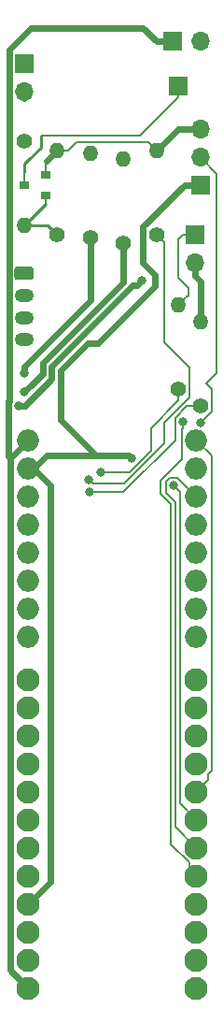
<source format=gbr>
G04 #@! TF.GenerationSoftware,KiCad,Pcbnew,5.1.2-f72e74a~84~ubuntu18.04.1*
G04 #@! TF.CreationDate,2019-08-23T19:05:58+08:00*
G04 #@! TF.ProjectId,handyfan,68616e64-7966-4616-9e2e-6b696361645f,rev?*
G04 #@! TF.SameCoordinates,Original*
G04 #@! TF.FileFunction,Copper,L1,Top*
G04 #@! TF.FilePolarity,Positive*
%FSLAX46Y46*%
G04 Gerber Fmt 4.6, Leading zero omitted, Abs format (unit mm)*
G04 Created by KiCad (PCBNEW 5.1.2-f72e74a~84~ubuntu18.04.1) date 2019-08-23 19:05:58*
%MOMM*%
%LPD*%
G04 APERTURE LIST*
%ADD10C,2.100000*%
%ADD11R,1.700000X1.700000*%
%ADD12O,1.700000X1.700000*%
%ADD13C,0.100000*%
%ADD14C,1.200000*%
%ADD15O,1.750000X1.200000*%
%ADD16C,1.400000*%
%ADD17O,1.400000X1.400000*%
%ADD18O,2.000000X2.000000*%
%ADD19R,0.900000X0.800000*%
%ADD20C,0.800000*%
%ADD21C,0.250000*%
%ADD22C,0.200000*%
%ADD23C,0.600000*%
G04 APERTURE END LIST*
D10*
X107620000Y-153700000D03*
X107620000Y-151160000D03*
X107620000Y-148620000D03*
X107620000Y-146080000D03*
X107620000Y-143540000D03*
X107620000Y-141000000D03*
X107620000Y-138460000D03*
X107620000Y-135920000D03*
X107620000Y-133380000D03*
X107620000Y-130840000D03*
X107620000Y-128300000D03*
X107620000Y-125760000D03*
X92380000Y-125760000D03*
X92380000Y-128300000D03*
X92380000Y-130840000D03*
X92380000Y-133380000D03*
X92380000Y-135920000D03*
X92380000Y-138460000D03*
X92380000Y-141000000D03*
X92380000Y-143540000D03*
X92380000Y-146080000D03*
X92380000Y-148620000D03*
X92380000Y-151160000D03*
X92380000Y-153700000D03*
D11*
X106000000Y-72000000D03*
X105460000Y-68000000D03*
D12*
X108000000Y-68000000D03*
D11*
X92000000Y-70000000D03*
D12*
X92000000Y-72540000D03*
X107500000Y-88040000D03*
D11*
X107500000Y-85500000D03*
X108000000Y-81000000D03*
D12*
X108000000Y-78460000D03*
X108000000Y-75920000D03*
D13*
G36*
X92649505Y-88401204D02*
G01*
X92673773Y-88404804D01*
X92697572Y-88410765D01*
X92720671Y-88419030D01*
X92742850Y-88429520D01*
X92763893Y-88442132D01*
X92783599Y-88456747D01*
X92801777Y-88473223D01*
X92818253Y-88491401D01*
X92832868Y-88511107D01*
X92845480Y-88532150D01*
X92855970Y-88554329D01*
X92864235Y-88577428D01*
X92870196Y-88601227D01*
X92873796Y-88625495D01*
X92875000Y-88649999D01*
X92875000Y-89350001D01*
X92873796Y-89374505D01*
X92870196Y-89398773D01*
X92864235Y-89422572D01*
X92855970Y-89445671D01*
X92845480Y-89467850D01*
X92832868Y-89488893D01*
X92818253Y-89508599D01*
X92801777Y-89526777D01*
X92783599Y-89543253D01*
X92763893Y-89557868D01*
X92742850Y-89570480D01*
X92720671Y-89580970D01*
X92697572Y-89589235D01*
X92673773Y-89595196D01*
X92649505Y-89598796D01*
X92625001Y-89600000D01*
X91374999Y-89600000D01*
X91350495Y-89598796D01*
X91326227Y-89595196D01*
X91302428Y-89589235D01*
X91279329Y-89580970D01*
X91257150Y-89570480D01*
X91236107Y-89557868D01*
X91216401Y-89543253D01*
X91198223Y-89526777D01*
X91181747Y-89508599D01*
X91167132Y-89488893D01*
X91154520Y-89467850D01*
X91144030Y-89445671D01*
X91135765Y-89422572D01*
X91129804Y-89398773D01*
X91126204Y-89374505D01*
X91125000Y-89350001D01*
X91125000Y-88649999D01*
X91126204Y-88625495D01*
X91129804Y-88601227D01*
X91135765Y-88577428D01*
X91144030Y-88554329D01*
X91154520Y-88532150D01*
X91167132Y-88511107D01*
X91181747Y-88491401D01*
X91198223Y-88473223D01*
X91216401Y-88456747D01*
X91236107Y-88442132D01*
X91257150Y-88429520D01*
X91279329Y-88419030D01*
X91302428Y-88410765D01*
X91326227Y-88404804D01*
X91350495Y-88401204D01*
X91374999Y-88400000D01*
X92625001Y-88400000D01*
X92649505Y-88401204D01*
X92649505Y-88401204D01*
G37*
D14*
X92000000Y-89000000D03*
D15*
X92000000Y-91000000D03*
X92000000Y-93000000D03*
X92000000Y-95000000D03*
D16*
X92000000Y-77000000D03*
D17*
X92000000Y-84620000D03*
X95000000Y-77880000D03*
D16*
X95000000Y-85500000D03*
D17*
X106000000Y-91880000D03*
D16*
X106000000Y-99500000D03*
X101000000Y-86250000D03*
D17*
X101000000Y-78630000D03*
D16*
X98000000Y-85750000D03*
D17*
X98000000Y-78130000D03*
X108000000Y-93380000D03*
D16*
X108000000Y-101000000D03*
D18*
X92380000Y-104110000D03*
X92380000Y-106650000D03*
X92380000Y-109190000D03*
X92380000Y-111730000D03*
X92380000Y-114270000D03*
X92380000Y-116810000D03*
X92380000Y-119350000D03*
X92380000Y-121890000D03*
X107620000Y-121890000D03*
X107620000Y-119350000D03*
X107620000Y-116810000D03*
X107620000Y-114270000D03*
X107620000Y-111730000D03*
X107620000Y-109190000D03*
X107620000Y-106650000D03*
X107620000Y-104110000D03*
D16*
X104000000Y-85500000D03*
D17*
X104000000Y-77880000D03*
D19*
X94000000Y-81950000D03*
X94000000Y-80050000D03*
X92000000Y-81000000D03*
D20*
X91500000Y-101000000D03*
X102700011Y-89682055D03*
X92053026Y-99739852D03*
X92000000Y-98000000D03*
X101755018Y-105755018D03*
X108000000Y-102500000D03*
X106397666Y-102418367D03*
X99000000Y-107000000D03*
X97844987Y-107644977D03*
X97986731Y-108773164D03*
X105562388Y-108192996D03*
D21*
X92050000Y-79050000D02*
X92050000Y-79800000D01*
X92474988Y-78641111D02*
X92458889Y-78641111D01*
X93500000Y-76500000D02*
X93500000Y-77616099D01*
X93500000Y-77616099D02*
X92474988Y-78641111D01*
X92458889Y-78641111D02*
X92050000Y-79050000D01*
D22*
X102550000Y-76500000D02*
X106000000Y-73050000D01*
X106000000Y-73050000D02*
X106000000Y-72000000D01*
X93500000Y-76500000D02*
X102550000Y-76500000D01*
X92000000Y-79850000D02*
X92000000Y-81000000D01*
X92050000Y-79800000D02*
X92000000Y-79850000D01*
D23*
X92380000Y-153700000D02*
X90750000Y-152070000D01*
X90750000Y-105740000D02*
X92380000Y-104110000D01*
X90750000Y-152070000D02*
X90750000Y-105740000D01*
X90750000Y-105740000D02*
X90599999Y-105589999D01*
X90599999Y-100567999D02*
X90624990Y-100543008D01*
X90599999Y-105589999D02*
X90599999Y-100567999D01*
X90624990Y-68775008D02*
X92649998Y-66750000D01*
X102760000Y-66750000D02*
X104010000Y-68000000D01*
X104010000Y-68000000D02*
X105460000Y-68000000D01*
X90624990Y-100543008D02*
X90624990Y-68775008D01*
X92649998Y-66750000D02*
X102760000Y-66750000D01*
X105960000Y-75920000D02*
X104000000Y-77880000D01*
X108000000Y-75920000D02*
X105960000Y-75920000D01*
X94300001Y-78579999D02*
X95000000Y-77880000D01*
X94080001Y-78799999D02*
X94300001Y-78579999D01*
D22*
X103249999Y-77129999D02*
X104000000Y-77880000D01*
X96739950Y-77129999D02*
X103249999Y-77129999D01*
X95000000Y-77880000D02*
X95989949Y-77880000D01*
X95989949Y-77880000D02*
X96739950Y-77129999D01*
D23*
X108000000Y-89742081D02*
X108000000Y-93380000D01*
X107500000Y-88040000D02*
X107500000Y-89242081D01*
X91500000Y-101000000D02*
X92065685Y-101000000D01*
X107500000Y-89242081D02*
X108000000Y-89742081D01*
X92065685Y-101000000D02*
X94499988Y-98565697D01*
X102300012Y-90082054D02*
X102700011Y-89682055D01*
X94499988Y-98565697D02*
X94499988Y-97412624D01*
X101830558Y-90082054D02*
X102300012Y-90082054D01*
X94499988Y-97412624D02*
X101830558Y-90082054D01*
D22*
X94000000Y-78880000D02*
X94000000Y-80050000D01*
X94080001Y-78799999D02*
X94000000Y-78880000D01*
D23*
X101000000Y-86250000D02*
X101000000Y-89781226D01*
X93699977Y-98092901D02*
X92453025Y-99339853D01*
X101000000Y-89781226D02*
X93699977Y-97081249D01*
X92453025Y-99339853D02*
X92053026Y-99739852D01*
X93699977Y-97081249D02*
X93699977Y-98092901D01*
X92000000Y-72540000D02*
X92000000Y-73103998D01*
X98000000Y-86739949D02*
X98000000Y-85750000D01*
X98000000Y-91434315D02*
X98000000Y-86739949D01*
X92000000Y-97434315D02*
X98000000Y-91434315D01*
X92000000Y-98000000D02*
X92000000Y-97434315D01*
D22*
X106450000Y-85500000D02*
X106000000Y-85950000D01*
X107500000Y-85500000D02*
X106450000Y-85500000D01*
X106900009Y-90334309D02*
X106900009Y-90979991D01*
X106000000Y-89434300D02*
X106900009Y-90334309D01*
X106699999Y-91180001D02*
X106000000Y-91880000D01*
X106000000Y-85950000D02*
X106000000Y-89434300D01*
X106900009Y-90979991D02*
X106699999Y-91180001D01*
D23*
X92500000Y-106530000D02*
X92380000Y-106650000D01*
X93000000Y-106530000D02*
X92500000Y-106530000D01*
X107472476Y-111730000D02*
X107620000Y-111730000D01*
X94015000Y-105515000D02*
X101257476Y-105515000D01*
X94015000Y-105515000D02*
X93000000Y-106530000D01*
X93429999Y-145030001D02*
X92380000Y-146080000D01*
X94380010Y-108150010D02*
X94380010Y-144079990D01*
X92880000Y-106650000D02*
X94380010Y-108150010D01*
X94380010Y-144079990D02*
X93429999Y-145030001D01*
X92380000Y-106650000D02*
X92880000Y-106650000D01*
X101441002Y-105515000D02*
X94015000Y-105515000D01*
X103899990Y-89148530D02*
X103899990Y-90148528D01*
X97743999Y-95299999D02*
X95299999Y-97743999D01*
X108000000Y-81000000D02*
X106550000Y-81000000D01*
X98748519Y-95299999D02*
X97743999Y-95299999D01*
X101441002Y-105515000D02*
X101515000Y-105515000D01*
X102799999Y-84750001D02*
X102799999Y-88048539D01*
X101515000Y-105515000D02*
X101755018Y-105755018D01*
X103899990Y-90148528D02*
X98748519Y-95299999D01*
X106550000Y-81000000D02*
X102799999Y-84750001D01*
X102799999Y-88048539D02*
X103899990Y-89148530D01*
X98558998Y-105515000D02*
X101441002Y-105515000D01*
X95299999Y-102256001D02*
X98558998Y-105515000D01*
X95299999Y-97743999D02*
X95299999Y-102256001D01*
D22*
X109500000Y-79960000D02*
X109500000Y-98000000D01*
X108000000Y-78460000D02*
X109500000Y-79960000D01*
X109500000Y-98000000D02*
X108500000Y-99000000D01*
X108500000Y-99000000D02*
X109000000Y-99500000D01*
X109000000Y-99500000D02*
X109000000Y-101500000D01*
X109000000Y-101500000D02*
X108000000Y-102500000D01*
D21*
X93950000Y-82670000D02*
X92000000Y-84620000D01*
X94120000Y-84620000D02*
X95000000Y-85500000D01*
X92000000Y-84620000D02*
X94120000Y-84620000D01*
D22*
X94000000Y-82620000D02*
X93950000Y-82670000D01*
X94000000Y-81950000D02*
X94000000Y-82620000D01*
X106319999Y-105833681D02*
X106319999Y-103061719D01*
X105325010Y-140703012D02*
X105325010Y-109865377D01*
X105325010Y-109865377D02*
X104399988Y-108940355D01*
X106397666Y-102984052D02*
X106397666Y-102418367D01*
X104399988Y-108940355D02*
X104399988Y-107753692D01*
X106319999Y-103061719D02*
X106397666Y-102984052D01*
X104399988Y-107753692D02*
X106319999Y-105833681D01*
X106971999Y-142350001D02*
X105325010Y-140703012D01*
X106971999Y-142891999D02*
X107620000Y-143540000D01*
X106971999Y-142350001D02*
X106971999Y-142891999D01*
X103500000Y-105046038D02*
X103500000Y-102989949D01*
X103500000Y-102989949D02*
X106000000Y-100489949D01*
X101546038Y-107000000D02*
X103500000Y-105046038D01*
X99000000Y-107000000D02*
X101546038Y-107000000D01*
X106000000Y-100489949D02*
X106000000Y-99500000D01*
X107000001Y-100214328D02*
X104699999Y-102514330D01*
X101066762Y-108044976D02*
X98244986Y-108044976D01*
X104699999Y-102514330D02*
X104699999Y-104411739D01*
X104699999Y-104411739D02*
X101066762Y-108044976D01*
X98244986Y-108044976D02*
X97844987Y-107644977D01*
X107000001Y-97500001D02*
X107000001Y-100214328D01*
X104699999Y-86199999D02*
X104699999Y-95199999D01*
X104699999Y-95199999D02*
X107000001Y-97500001D01*
X104000000Y-85500000D02*
X104699999Y-86199999D01*
X97986731Y-108773164D02*
X101032834Y-108773164D01*
X105697664Y-104108334D02*
X105697664Y-102082365D01*
X106780029Y-101000000D02*
X107010051Y-101000000D01*
X101032834Y-108773164D02*
X105697664Y-104108334D01*
X107010051Y-101000000D02*
X108000000Y-101000000D01*
X105697664Y-102082365D02*
X106780029Y-101000000D01*
X105922994Y-107492994D02*
X106620001Y-108190001D01*
X104862386Y-107856994D02*
X105226386Y-107492994D01*
X106620001Y-108190001D02*
X107620000Y-109190000D01*
X107620000Y-141000000D02*
X105725021Y-139105019D01*
X104862386Y-108837053D02*
X104862386Y-107856994D01*
X105725021Y-139105019D02*
X105725021Y-109699688D01*
X105226386Y-107492994D02*
X105922994Y-107492994D01*
X105725021Y-109699688D02*
X104862386Y-108837053D01*
X105962387Y-108592995D02*
X105562388Y-108192996D01*
X106125032Y-136965032D02*
X106125032Y-108755640D01*
X106125032Y-108755640D02*
X105962387Y-108592995D01*
X107620000Y-138460000D02*
X106125032Y-136965032D01*
X108669999Y-134328003D02*
X109000000Y-133998002D01*
X108669999Y-134870001D02*
X108669999Y-134328003D01*
X107620000Y-135920000D02*
X108669999Y-134870001D01*
X109000000Y-105490000D02*
X107620000Y-104110000D01*
X109000000Y-133998002D02*
X109000000Y-105490000D01*
M02*

</source>
